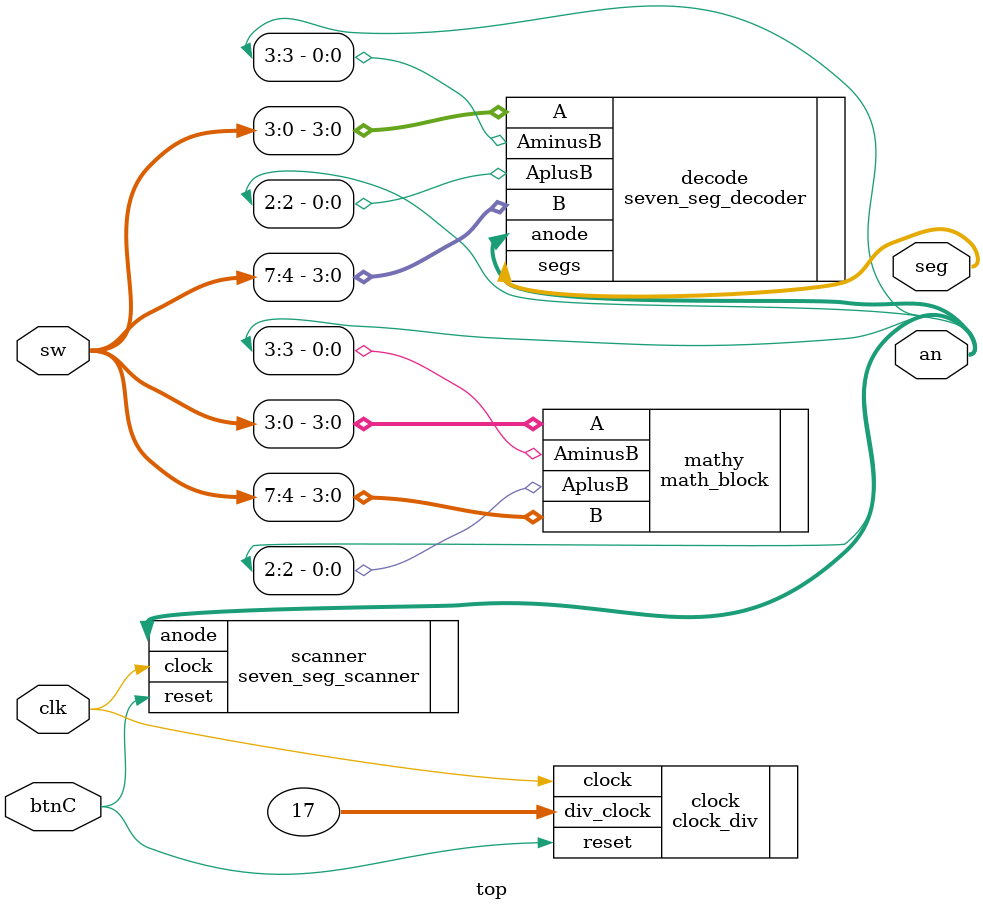
<source format=v>
module top
#(
    parameter DIVIDE_BY = 17 // Use this when passing in to your clock div!
    // The test bench will set it appropriately
)
(
    input [7:0] sw, // A and B
    input clk, // 100 MHz board clock
    input btnC, // Reset
    output [3:0] an, // 7seg anodes
    output [6:0] seg // 7seg segments
);

    clock_div clock (
        .clock(clk),
        .reset(btnC),
        .div_clock(DIVIDE_BY)
    );

    seven_seg_scanner scanner (
        .clock(clk),
        .reset(btnC),
        .anode(an[3:0])
    );

    seven_seg_decoder decode (
        .A(sw[3:0]),
        .B(sw[7:4]),
        .AplusB(an[2]),
        .AminusB(an[3]),
        .anode(an[3:0]),
        .segs(seg[6:0])
    );

    math_block mathy (
        .A(sw[3:0]),
        .B(sw[7:4]),
        .AplusB(an[2]),
        .AminusB(an[3])
    );

    // Do not forget to wire up resets!!

endmodule

</source>
